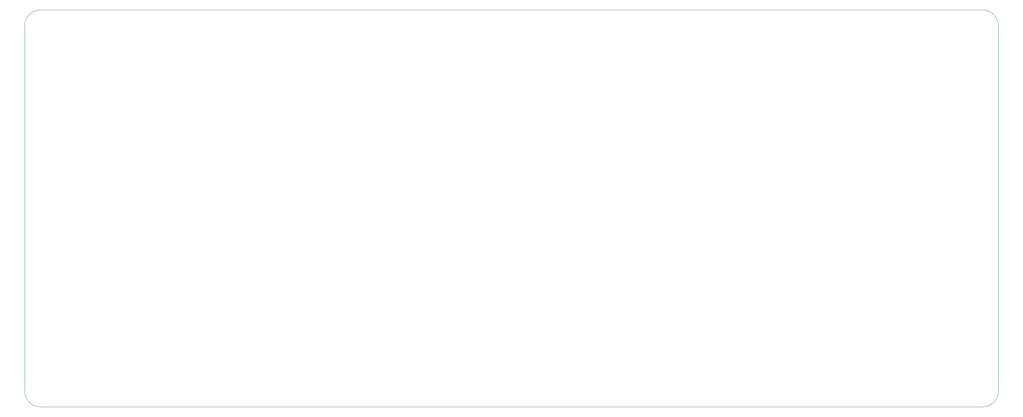
<source format=gbr>
%TF.GenerationSoftware,KiCad,Pcbnew,6.0.6-3a73a75311~116~ubuntu20.04.1*%
%TF.CreationDate,2022-07-30T23:38:09+12:00*%
%TF.ProjectId,keyboard,6b657962-6f61-4726-942e-6b696361645f,1*%
%TF.SameCoordinates,Original*%
%TF.FileFunction,Profile,NP*%
%FSLAX46Y46*%
G04 Gerber Fmt 4.6, Leading zero omitted, Abs format (unit mm)*
G04 Created by KiCad (PCBNEW 6.0.6-3a73a75311~116~ubuntu20.04.1) date 2022-07-30 23:38:09*
%MOMM*%
%LPD*%
G01*
G04 APERTURE LIST*
%TA.AperFunction,Profile*%
%ADD10C,0.100000*%
%TD*%
G04 APERTURE END LIST*
D10*
X307340000Y-133350000D02*
X80010000Y-133350000D01*
X311150000Y-137160000D02*
G75*
G03*
X307340000Y-133350000I-3810000J0D01*
G01*
X76200000Y-137160000D02*
X76200000Y-225270923D01*
X80010000Y-133350000D02*
G75*
G03*
X76200000Y-137160000I0J-3810000D01*
G01*
X311150000Y-225270923D02*
X311150000Y-137160000D01*
X80010000Y-229080923D02*
X307340000Y-229080923D01*
X76199977Y-225270923D02*
G75*
G03*
X80010000Y-229080923I3810023J23D01*
G01*
X307340000Y-229080900D02*
G75*
G03*
X311150000Y-225270923I0J3810000D01*
G01*
M02*

</source>
